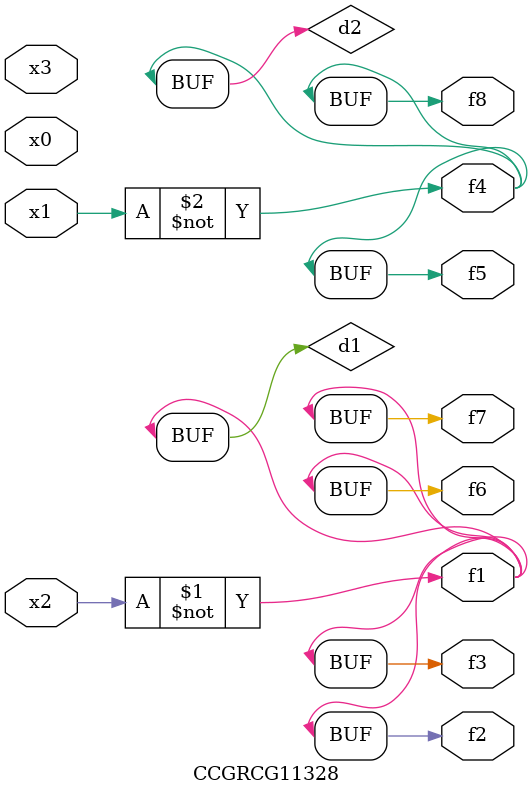
<source format=v>
module CCGRCG11328(
	input x0, x1, x2, x3,
	output f1, f2, f3, f4, f5, f6, f7, f8
);

	wire d1, d2;

	xnor (d1, x2);
	not (d2, x1);
	assign f1 = d1;
	assign f2 = d1;
	assign f3 = d1;
	assign f4 = d2;
	assign f5 = d2;
	assign f6 = d1;
	assign f7 = d1;
	assign f8 = d2;
endmodule

</source>
